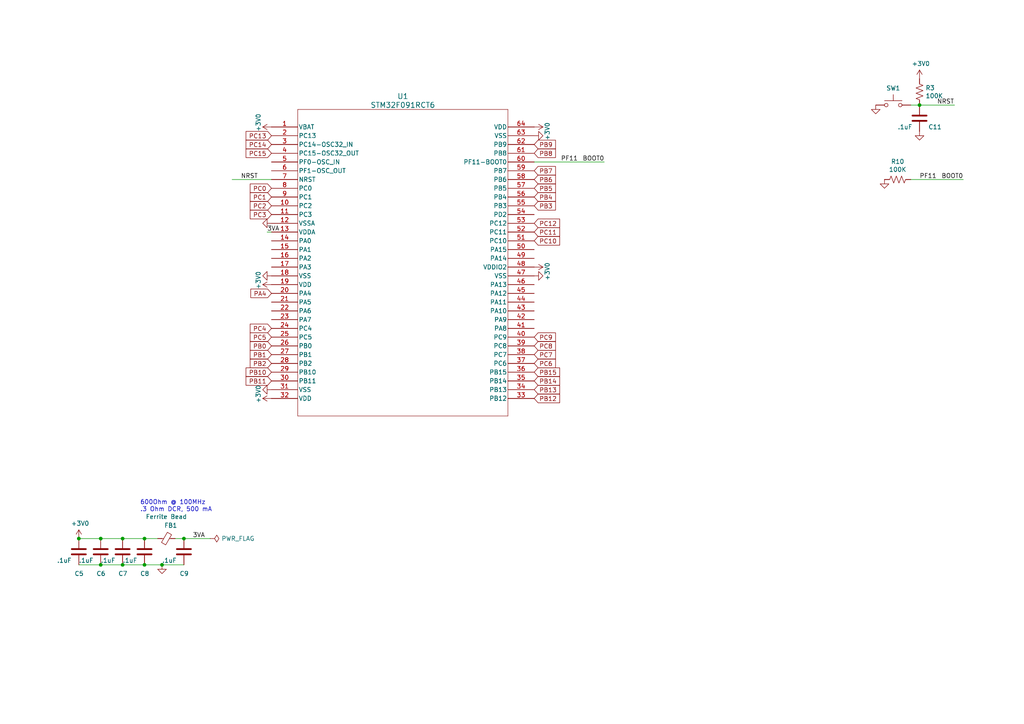
<source format=kicad_sch>
(kicad_sch (version 20230121) (generator eeschema)
  (paper "A4")
  (lib_symbols
    (symbol "Device:C" (pin_numbers hide) (pin_names (offset 0.254))
      (property "Reference" "C" (at 0.635 2.54 0))
      (property "Value" "C" (at 0.635 -2.54 0))
      (symbol "C_0_1"
        (polyline (pts (xy -2.032 -0.762) (xy 2.032 -0.762)) (stroke (width 0.508)))
        (polyline (pts (xy -2.032 0.762) (xy 2.032 0.762)) (stroke (width 0.508)))
      )
      (symbol "C_1_1"
        (pin passive line (at 0 3.81 270) (length 2.794) (name "~") (number "1"))
        (pin passive line (at 0 -3.81 90) (length 2.794) (name "~") (number "2"))
      )
    )
    (symbol "Device:R_US" (pin_numbers hide) (pin_names (offset 0))
      (property "Reference" "R" (at 2.54 0 90))
      (property "Value" "R_US" (at -2.54 0 90))
      (symbol "R_US_0_1"
        (polyline (pts (xy 0 -2.286) (xy 0 -2.54)))
        (polyline (pts (xy 0 2.286) (xy 0 2.54)))
        (polyline (pts (xy 0 -0.762) (xy 1.016 -1.143) (xy 0 -1.524) (xy -1.016 -1.905) (xy 0 -2.286)))
        (polyline (pts (xy 0 0.762) (xy 1.016 0.381) (xy 0 0) (xy -1.016 -0.381) (xy 0 -0.762)))
        (polyline (pts (xy 0 2.286) (xy 1.016 1.905) (xy 0 1.524) (xy -1.016 1.143) (xy 0 0.762)))
      )
      (symbol "R_US_1_1"
        (pin passive line (at 0 3.81 270) (length 1.27) (name "~") (number "1"))
        (pin passive line (at 0 -3.81 90) (length 1.27) (name "~") (number "2"))
      )
    )
    (symbol "STM32F091RCT6:STM32F091RCT6" (pin_names (offset 0.254))
      (property "Reference" "U" (at 38.1 10.16 0))
      (property "Value" "STM32F091RCT6" (at 38.1 7.62 0))
      (symbol "STM32F091RCT6_0_1"
        (polyline (pts (xy 7.62 -83.82) (xy 68.58 -83.82)) (stroke (width 0.127)))
        (polyline (pts (xy 7.62 5.08) (xy 7.62 -83.82)) (stroke (width 0.127)))
        (polyline (pts (xy 68.58 -83.82) (xy 68.58 5.08)) (stroke (width 0.127)))
        (polyline (pts (xy 68.58 5.08) (xy 7.62 5.08)) (stroke (width 0.127)))
        (pin power_in line (at 0 0 0) (length 7.62) (name "VBAT") (number "1"))
        (pin bidirectional line (at 0 -22.86 0) (length 7.62) (name "PC2") (number "10"))
        (pin bidirectional line (at 0 -25.4 0) (length 7.62) (name "PC3") (number "11"))
        (pin power_in line (at 0 -27.94 0) (length 7.62) (name "VSSA") (number "12"))
        (pin power_in line (at 0 -30.48 0) (length 7.62) (name "VDDA") (number "13"))
        (pin bidirectional line (at 0 -33.02 0) (length 7.62) (name "PA0") (number "14"))
        (pin bidirectional line (at 0 -35.56 0) (length 7.62) (name "PA1") (number "15"))
        (pin bidirectional line (at 0 -38.1 0) (length 7.62) (name "PA2") (number "16"))
        (pin bidirectional line (at 0 -40.64 0) (length 7.62) (name "PA3") (number "17"))
        (pin power_in line (at 0 -43.18 0) (length 7.62) (name "VSS") (number "18"))
        (pin power_in line (at 0 -45.72 0) (length 7.62) (name "VDD") (number "19"))
        (pin bidirectional line (at 0 -2.54 0) (length 7.62) (name "PC13") (number "2"))
        (pin bidirectional line (at 0 -48.26 0) (length 7.62) (name "PA4") (number "20"))
        (pin bidirectional line (at 0 -50.8 0) (length 7.62) (name "PA5") (number "21"))
        (pin bidirectional line (at 0 -53.34 0) (length 7.62) (name "PA6") (number "22"))
        (pin bidirectional line (at 0 -55.88 0) (length 7.62) (name "PA7") (number "23"))
        (pin bidirectional line (at 0 -58.42 0) (length 7.62) (name "PC4") (number "24"))
        (pin bidirectional line (at 0 -60.96 0) (length 7.62) (name "PC5") (number "25"))
        (pin bidirectional line (at 0 -63.5 0) (length 7.62) (name "PB0") (number "26"))
        (pin bidirectional line (at 0 -66.04 0) (length 7.62) (name "PB1") (number "27"))
        (pin bidirectional line (at 0 -68.58 0) (length 7.62) (name "PB2") (number "28"))
        (pin bidirectional line (at 0 -71.12 0) (length 7.62) (name "PB10") (number "29"))
        (pin bidirectional line (at 0 -5.08 0) (length 7.62) (name "PC14-OSC32_IN") (number "3"))
        (pin bidirectional line (at 0 -73.66 0) (length 7.62) (name "PB11") (number "30"))
        (pin power_in line (at 0 -76.2 0) (length 7.62) (name "VSS") (number "31"))
        (pin power_in line (at 0 -78.74 0) (length 7.62) (name "VDD") (number "32"))
        (pin bidirectional line (at 76.2 -78.74 180) (length 7.62) (name "PB12") (number "33"))
        (pin bidirectional line (at 76.2 -76.2 180) (length 7.62) (name "PB13") (number "34"))
        (pin bidirectional line (at 76.2 -73.66 180) (length 7.62) (name "PB14") (number "35"))
        (pin bidirectional line (at 76.2 -71.12 180) (length 7.62) (name "PB15") (number "36"))
        (pin bidirectional line (at 76.2 -68.58 180) (length 7.62) (name "PC6") (number "37"))
        (pin bidirectional line (at 76.2 -66.04 180) (length 7.62) (name "PC7") (number "38"))
        (pin bidirectional line (at 76.2 -63.5 180) (length 7.62) (name "PC8") (number "39"))
        (pin bidirectional line (at 0 -7.62 0) (length 7.62) (name "PC15-OSC32_OUT") (number "4"))
        (pin bidirectional line (at 76.2 -60.96 180) (length 7.62) (name "PC9") (number "40"))
        (pin bidirectional line (at 76.2 -58.42 180) (length 7.62) (name "PA8") (number "41"))
        (pin bidirectional line (at 76.2 -55.88 180) (length 7.62) (name "PA9") (number "42"))
        (pin bidirectional line (at 76.2 -53.34 180) (length 7.62) (name "PA10") (number "43"))
        (pin bidirectional line (at 76.2 -50.8 180) (length 7.62) (name "PA11") (number "44"))
        (pin bidirectional line (at 76.2 -48.26 180) (length 7.62) (name "PA12") (number "45"))
        (pin bidirectional line (at 76.2 -45.72 180) (length 7.62) (name "PA13") (number "46"))
        (pin power_in line (at 76.2 -43.18 180) (length 7.62) (name "VSS") (number "47"))
        (pin power_in line (at 76.2 -40.64 180) (length 7.62) (name "VDDIO2") (number "48"))
        (pin bidirectional line (at 76.2 -38.1 180) (length 7.62) (name "PA14") (number "49"))
        (pin bidirectional line (at 0 -10.16 0) (length 7.62) (name "PF0-OSC_IN") (number "5"))
        (pin bidirectional line (at 76.2 -35.56 180) (length 7.62) (name "PA15") (number "50"))
        (pin bidirectional line (at 76.2 -33.02 180) (length 7.62) (name "PC10") (number "51"))
        (pin bidirectional line (at 76.2 -30.48 180) (length 7.62) (name "PC11") (number "52"))
        (pin bidirectional line (at 76.2 -27.94 180) (length 7.62) (name "PC12") (number "53"))
        (pin bidirectional line (at 76.2 -25.4 180) (length 7.62) (name "PD2") (number "54"))
        (pin bidirectional line (at 76.2 -22.86 180) (length 7.62) (name "PB3") (number "55"))
        (pin bidirectional line (at 76.2 -20.32 180) (length 7.62) (name "PB4") (number "56"))
        (pin bidirectional line (at 76.2 -17.78 180) (length 7.62) (name "PB5") (number "57"))
        (pin bidirectional line (at 76.2 -15.24 180) (length 7.62) (name "PB6") (number "58"))
        (pin bidirectional line (at 76.2 -12.7 180) (length 7.62) (name "PB7") (number "59"))
        (pin bidirectional line (at 0 -12.7 0) (length 7.62) (name "PF1-OSC_OUT") (number "6"))
        (pin bidirectional line (at 76.2 -10.16 180) (length 7.62) (name "PF11-BOOT0") (number "60"))
        (pin bidirectional line (at 76.2 -7.62 180) (length 7.62) (name "PB8") (number "61"))
        (pin bidirectional line (at 76.2 -5.08 180) (length 7.62) (name "PB9") (number "62"))
        (pin power_in line (at 76.2 -2.54 180) (length 7.62) (name "VSS") (number "63"))
        (pin power_in line (at 76.2 0 180) (length 7.62) (name "VDD") (number "64"))
        (pin bidirectional line (at 0 -15.24 0) (length 7.62) (name "NRST") (number "7"))
        (pin bidirectional line (at 0 -17.78 0) (length 7.62) (name "PC0") (number "8"))
        (pin bidirectional line (at 0 -20.32 0) (length 7.62) (name "PC1") (number "9"))
      )
    )
    (symbol "Switch:SW_Push" (pin_numbers hide) (pin_names (offset 1.016) hide)
      (property "Reference" "SW" (at 1.27 2.54 0))
      (property "Value" "SW_Push" (at 0 -1.524 0))
      (symbol "SW_Push_0_1"
        (circle (center -2.032 0) (radius 0.508))
        (polyline (pts (xy 0 1.27) (xy 0 3.048)))
        (polyline (pts (xy 2.54 1.27) (xy -2.54 1.27)))
        (circle (center 2.032 0) (radius 0.508))
        (pin passive line (at -5.08 0 0) (length 2.54) (name "1") (number "1"))
        (pin passive line (at 5.08 0 180) (length 2.54) (name "2") (number "2"))
      )
    )
    (symbol "power:+3V0" (power) (pin_names (offset 0))
      (property "Value" "+3V0" (at 0 3.556 0))
      (symbol "+3V0_0_1"
        (polyline (pts (xy -0.762 1.27) (xy 0 2.54)))
        (polyline (pts (xy 0 0) (xy 0 2.54)))
        (polyline (pts (xy 0 2.54) (xy 0.762 1.27)))
      )
      (symbol "+3V0_1_1"
        (pin power_in line (at 0 0 90) (length 0) hide (name "+3V0") (number "1"))
      )
    )
    (symbol "power:GND" (power) (pin_names (offset 0))
      (property "Value" "GND" (at 0 -3.81 0))
      (symbol "GND_0_1"
        (polyline (pts (xy 0 0) (xy 0 -1.27) (xy 1.27 -1.27) (xy 0 -2.54) (xy -1.27 -1.27) (xy 0 -1.27)))
      )
      (symbol "GND_1_1"
        (pin power_in line (at 0 0 270) (length 0) hide (name "GND") (number "1"))
      )
    )
    (symbol "power:PWR_FLAG" (power) (pin_numbers hide) (pin_names (offset 0) hide)
      (property "Value" "PWR_FLAG" (at 0 3.81 0))
      (symbol "PWR_FLAG_0_0"
        (pin power_out line (at 0 0 90) (length 0) (name "pwr") (number "1"))
      )
      (symbol "PWR_FLAG_0_1"
        (polyline (pts (xy 0 0) (xy 0 1.27) (xy -1.016 1.905) (xy 0 2.54) (xy 1.016 1.905) (xy 0 1.27)))
      )
    )
    (symbol "stm32f091-rescue:Ferrite_Bead_Small-Device" (pin_numbers hide) (pin_names (offset 0))
      (property "Reference" "FB" (at 1.905 1.27 0))
      (property "Value" "Device_Ferrite_Bead_Small" (at 1.905 -1.27 0))
      (symbol "Ferrite_Bead_Small-Device_0_1"
        (polyline (pts (xy 0 -1.27) (xy 0 -0.7874)))
        (polyline (pts (xy 0 0.889) (xy 0 1.2954)))
        (polyline (pts (xy -1.8288 0.2794) (xy -1.1176 1.4986) (xy 1.8288 -0.2032) (xy 1.1176 -1.4224) (xy -1.8288 0.2794)))
      )
      (symbol "Ferrite_Bead_Small-Device_1_1"
        (pin passive line (at 0 2.54 270) (length 1.27) (name "~") (number "1"))
        (pin passive line (at 0 -2.54 90) (length 1.27) (name "~") (number "2"))
      )
    )
  )
  (junction (at 41.91 156.21))
  (junction (at 22.86 156.21))
  (junction (at 46.99 163.83))
  (junction (at 266.7 30.48))
  (junction (at 35.56 156.21))
  (junction (at 35.56 163.83))
  (junction (at 41.91 163.83))
  (junction (at 53.34 156.21))
  (junction (at 29.21 163.83))
  (junction (at 29.21 156.21))
  (wire (pts (xy 78.74 52.07) (xy 67.31 52.07)))
  (wire (pts (xy 264.16 52.07) (xy 279.4 52.07)))
  (wire (pts (xy 53.34 156.21) (xy 60.96 156.21)))
  (wire (pts (xy 29.21 163.83) (xy 35.56 163.83)))
  (wire (pts (xy 77.47 67.31) (xy 78.74 67.31)))
  (wire (pts (xy 35.56 163.83) (xy 41.91 163.83)))
  (wire (pts (xy 50.8 156.21) (xy 53.34 156.21)))
  (wire (pts (xy 264.16 30.48) (xy 266.7 30.48)))
  (wire (pts (xy 41.91 163.83) (xy 46.99 163.83)))
  (wire (pts (xy 175.26 46.99) (xy 154.94 46.99)))
  (wire (pts (xy 22.86 163.83) (xy 29.21 163.83)))
  (wire (pts (xy 22.86 156.21) (xy 29.21 156.21)))
  (wire (pts (xy 35.56 156.21) (xy 41.91 156.21)))
  (wire (pts (xy 41.91 156.21) (xy 45.72 156.21)))
  (wire (pts (xy 266.7 30.48) (xy 276.86 30.48)))
  (wire (pts (xy 46.99 163.83) (xy 53.34 163.83)))
  (wire (pts (xy 29.21 156.21) (xy 35.56 156.21)))
  (text "600Ohm @ 100MHz\n.3 Ohm DCR, 500 mA" (at 40.64 148.59 0) (effects (font (size 1.27 1.27)) (justify left bottom)))
  (label "BOOT0" (at 175.26 46.99 180))
  (label "NRST" (at 271.78 30.48 0))
  (label "BOOT0" (at 273.05 52.07 0))
  (label "PF11" (at 167.64 46.99 180))
  (label "NRST" (at 69.85 52.07 0))
  (label "3VA" (at 55.88 156.21 0))
  (label "3VA" (at 77.47 67.31 0))
  (label "PF11" (at 266.7 52.07 0))
  (global_label "PB13" (shape input) (at 154.94 113.03 0) (property "Intersheetrefs" "${INTERSHEET_REFS}" (effects hide)))
  (global_label "PB15" (shape input) (at 154.94 107.95 0) (property "Intersheetrefs" "${INTERSHEET_REFS}" (effects hide)))
  (global_label "PB10" (shape input) (at 78.74 107.95 180) (property "Intersheetrefs" "${INTERSHEET_REFS}" (effects hide)))
  (global_label "PC3" (shape input) (at 78.74 62.23 180) (property "Intersheetrefs" "${INTERSHEET_REFS}" (effects hide)))
  (global_label "PB1" (shape input) (at 78.74 102.87 180) (property "Intersheetrefs" "${INTERSHEET_REFS}" (effects hide)))
  (global_label "PB0" (shape input) (at 78.74 100.33 180) (property "Intersheetrefs" "${INTERSHEET_REFS}" (effects hide)))
  (global_label "PC6" (shape input) (at 154.94 105.41 0) (property "Intersheetrefs" "${INTERSHEET_REFS}" (effects hide)))
  (global_label "PA4" (shape input) (at 78.74 85.09 180) (property "Intersheetrefs" "${INTERSHEET_REFS}" (effects hide)))
  (global_label "PC4" (shape input) (at 78.74 95.25 180) (property "Intersheetrefs" "${INTERSHEET_REFS}" (effects hide)))
  (global_label "PC14" (shape input) (at 78.74 41.91 180) (property "Intersheetrefs" "${INTERSHEET_REFS}" (effects hide)))
  (global_label "PB4" (shape input) (at 154.94 57.15 0) (property "Intersheetrefs" "${INTERSHEET_REFS}" (effects hide)))
  (global_label "PB6" (shape input) (at 154.94 52.07 0) (property "Intersheetrefs" "${INTERSHEET_REFS}" (effects hide)))
  (global_label "PB2" (shape input) (at 78.74 105.41 180) (property "Intersheetrefs" "${INTERSHEET_REFS}" (effects hide)))
  (global_label "PC12" (shape input) (at 154.94 64.77 0) (property "Intersheetrefs" "${INTERSHEET_REFS}" (effects hide)))
  (global_label "PC2" (shape input) (at 78.74 59.69 180) (property "Intersheetrefs" "${INTERSHEET_REFS}" (effects hide)))
  (global_label "PB9" (shape input) (at 154.94 41.91 0) (property "Intersheetrefs" "${INTERSHEET_REFS}" (effects hide)))
  (global_label "PB7" (shape input) (at 154.94 49.53 0) (property "Intersheetrefs" "${INTERSHEET_REFS}" (effects hide)))
  (global_label "PB5" (shape input) (at 154.94 54.61 0) (property "Intersheetrefs" "${INTERSHEET_REFS}" (effects hide)))
  (global_label "PB3" (shape input) (at 154.94 59.69 0) (property "Intersheetrefs" "${INTERSHEET_REFS}" (effects hide)))
  (global_label "PB14" (shape input) (at 154.94 110.49 0) (property "Intersheetrefs" "${INTERSHEET_REFS}" (effects hide)))
  (global_label "PB8" (shape input) (at 154.94 44.45 0) (property "Intersheetrefs" "${INTERSHEET_REFS}" (effects hide)))
  (global_label "PC8" (shape input) (at 154.94 100.33 0) (property "Intersheetrefs" "${INTERSHEET_REFS}" (effects hide)))
  (global_label "PC11" (shape input) (at 154.94 67.31 0) (property "Intersheetrefs" "${INTERSHEET_REFS}" (effects hide)))
  (global_label "PC13" (shape input) (at 78.74 39.37 180) (property "Intersheetrefs" "${INTERSHEET_REFS}" (effects hide)))
  (global_label "PB12" (shape input) (at 154.94 115.57 0) (property "Intersheetrefs" "${INTERSHEET_REFS}" (effects hide)))
  (global_label "PC0" (shape input) (at 78.74 54.61 180) (property "Intersheetrefs" "${INTERSHEET_REFS}" (effects hide)))
  (global_label "PC1" (shape input) (at 78.74 57.15 180) (property "Intersheetrefs" "${INTERSHEET_REFS}" (effects hide)))
  (global_label "PC9" (shape input) (at 154.94 97.79 0) (property "Intersheetrefs" "${INTERSHEET_REFS}" (effects hide)))
  (global_label "PC7" (shape input) (at 154.94 102.87 0) (property "Intersheetrefs" "${INTERSHEET_REFS}" (effects hide)))
  (global_label "PC5" (shape input) (at 78.74 97.79 180) (property "Intersheetrefs" "${INTERSHEET_REFS}" (effects hide)))
  (global_label "PC10" (shape input) (at 154.94 69.85 0) (property "Intersheetrefs" "${INTERSHEET_REFS}" (effects hide)))
  (global_label "PC15" (shape input) (at 78.74 44.45 180) (property "Intersheetrefs" "${INTERSHEET_REFS}" (effects hide)))
  (global_label "PB11" (shape input) (at 78.74 110.49 180) (property "Intersheetrefs" "${INTERSHEET_REFS}" (effects hide)))
  (symbol (lib_id "Switch:SW_Push") (at 259.08 30.48 0) (unit 1)
    (property "Reference" "SW1" (at 259.08 25.5778 0))
    (property "Value" "SW_Push" (effects hide))
    (property "Footprint" "Button_Switch_SMD:SW_SPST_PTS645" (effects hide))
  )
  (symbol (lib_id "Device:C") (at 41.91 160.02 0) (unit 1)
    (property "Reference" "C8" (at 40.64 166.37 0) (effects (justify left)))
    (property "Value" ".1uF" (at 35.56 162.56 0) (effects (justify left)))
    (property "Footprint" "Capacitor_SMD:C_0805_2012Metric_Pad1.18x1.45mm_HandSolder" (effects hide))
    (instances (project "stm32f091" (path "" (reference "C8") (unit 1))) (project "Schematic" (path "" (reference "C5") (unit 1))))
  )
  (symbol (lib_id "power:GND") (at 46.99 163.83 0) (unit 1)
    (property "Reference" "#PWR0130" (effects hide))
    (property "Value" "GND" (effects hide))
    (instances (project "stm32f091" (path "" (reference "#PWR0130") (unit 1))) (project "Schematic" (path "" (reference "#PWR07") (unit 1))))
  )
  (symbol (lib_id "power:GND") (at 266.7 38.1 0) (unit 1)
    (property "Reference" "#PWR0101" (effects hide))
    (property "Value" "GND" (effects hide))
    (instances (project "stm32f091" (path "" (reference "#PWR0101") (unit 1))) (project "Schematic" (path "" (reference "#PWR015") (unit 1))))
  )
  (symbol (lib_id "power:GND") (at 78.74 113.03 270) (unit 1)
    (property "Reference" "#PWR0130" (effects hide))
    (property "Value" "GND" (effects hide))
    (instances (project "stm32f091" (path "" (reference "#PWR0130") (unit 1))) (project "Schematic" (path "" (reference "#PWR08") (unit 1))))
  )
  (symbol (lib_id "power:GND") (at 78.74 64.77 270) (unit 1)
    (property "Reference" "#PWR0130" (effects hide))
    (property "Value" "GND" (effects hide))
    (instances (project "stm32f091" (path "" (reference "#PWR0130") (unit 1))) (project "Schematic" (path "" (reference "#PWR010") (unit 1))))
  )
  (symbol (lib_id "power:+3V0") (at 154.94 77.47 270) (unit 1)
    (property "Reference" "#PWR0105" (effects hide))
    (property "Value" "+3V0" (at 158.75 78.74 0))
    (instances (project "stm32f091" (path "" (reference "#PWR0105") (unit 1))) (project "Schematic" (path "" (reference "#PWR03") (unit 1))))
  )
  (symbol (lib_id "power:+3V0") (at 78.74 36.83 90) (unit 1)
    (property "Reference" "#PWR0105" (effects hide))
    (property "Value" "+3V0" (at 74.93 35.56 0))
    (instances (project "stm32f091" (path "" (reference "#PWR0105") (unit 1))) (project "Schematic" (path "" (reference "#PWR05") (unit 1))))
  )
  (symbol (lib_id "Device:C") (at 35.56 160.02 0) (unit 1)
    (property "Reference" "C7" (at 34.29 166.37 0) (effects (justify left)))
    (property "Value" ".1uF" (at 29.21 162.56 0) (effects (justify left)))
    (property "Footprint" "Capacitor_SMD:C_0805_2012Metric_Pad1.18x1.45mm_HandSolder" (effects hide))
    (instances (project "stm32f091" (path "" (reference "C7") (unit 1))) (project "Schematic" (path "" (reference "C4") (unit 1))))
  )
  (symbol (lib_id "power:+3V0") (at 266.7 22.86 0) (unit 1)
    (property "Reference" "#PWR0122" (effects hide))
    (property "Value" "+3V0" (at 267.081 18.4658 0))
    (instances (project "stm32f091" (path "" (reference "#PWR0122") (unit 1))) (project "Schematic" (path "" (reference "#PWR014") (unit 1))))
  )
  (symbol (lib_id "Device:C") (at 266.7 34.29 0) (unit 1)
    (property "Reference" "C11" (at 269.24 36.83 0) (effects (justify left)))
    (property "Value" ".1uF" (at 260.35 36.83 0) (effects (justify left)))
    (property "Footprint" "Capacitor_SMD:C_0805_2012Metric_Pad1.18x1.45mm_HandSolder" (effects hide))
    (instances (project "stm32f091" (path "" (reference "C11") (unit 1))) (project "Schematic" (path "" (reference "C1") (unit 1))))
  )
  (symbol (lib_id "power:PWR_FLAG") (at 60.96 156.21 270) (unit 1)
    (property "Reference" "#FLG0105" (effects hide))
    (property "Value" "PWR_FLAG" (at 64.2112 156.21 90) (effects (justify left)))
    (instances (project "stm32f091" (path "" (reference "#FLG0105") (unit 1))) (project "Schematic" (path "" (reference "#FLG01") (unit 1))))
  )
  (symbol (lib_id "Device:C") (at 22.86 160.02 0) (unit 1)
    (property "Reference" "C5" (at 21.59 166.37 0) (effects (justify left)))
    (property "Value" ".1uF" (at 16.51 162.56 0) (effects (justify left)))
    (property "Footprint" "Capacitor_SMD:C_0805_2012Metric_Pad1.18x1.45mm_HandSolder" (effects hide))
    (instances (project "stm32f091" (path "" (reference "C5") (unit 1))) (project "Schematic" (path "" (reference "C2") (unit 1))))
  )
  (symbol (lib_id "Device:R_US") (at 260.35 52.07 270) (unit 1)
    (property "Reference" "R10" (at 260.35 46.863 90))
    (property "Value" "100K" (at 260.35 49.1744 90))
    (property "Footprint" "Capacitor_SMD:C_0805_2012Metric_Pad1.18x1.45mm_HandSolder" (effects hide))
    (instances (project "stm32f091" (path "" (reference "R10") (unit 1))) (project "Schematic" (path "" (reference "R2") (unit 1))))
  )
  (symbol (lib_id "Device:C") (at 53.34 160.02 0) (unit 1)
    (property "Reference" "C9" (at 52.07 166.37 0) (effects (justify left)))
    (property "Value" ".1uF" (at 46.99 162.56 0) (effects (justify left)))
    (property "Footprint" "Capacitor_SMD:C_0805_2012Metric_Pad1.18x1.45mm_HandSolder" (effects hide))
    (instances (project "stm32f091" (path "" (reference "C9") (unit 1))) (project "Schematic" (path "" (reference "C6") (unit 1))))
  )
  (symbol (lib_id "power:+3V0") (at 154.94 36.83 270) (unit 1)
    (property "Reference" "#PWR0105" (effects hide))
    (property "Value" "+3V0" (at 158.75 38.1 0))
    (instances (project "stm32f091" (path "" (reference "#PWR0105") (unit 1))) (project "Schematic" (path "" (reference "#PWR04") (unit 1))))
  )
  (symbol (lib_id "stm32f091-rescue:Ferrite_Bead_Small-Device") (at 48.26 156.21 270) (unit 1)
    (property "Reference" "FB1" (at 49.53 152.4 90))
    (property "Value" "Ferrite Bead" (at 48.26 149.86 90))
    (property "Footprint" "Inductor_SMD:L_0805_2012Metric_Pad1.15x1.40mm_HandSolder" (effects hide))
  )
  (symbol (lib_id "power:+3V0") (at 22.86 156.21 0) (unit 1)
    (property "Reference" "#PWR0104" (effects hide))
    (property "Value" "+3V0" (at 23.241 151.8158 0))
    (instances (project "stm32f091" (path "" (reference "#PWR0104") (unit 1))) (project "Schematic" (path "" (reference "#PWR06") (unit 1))))
  )
  (symbol (lib_id "power:+3V0") (at 78.74 82.55 90) (unit 1)
    (property "Reference" "#PWR0105" (effects hide))
    (property "Value" "+3V0" (at 74.93 81.28 0))
    (instances (project "stm32f091" (path "" (reference "#PWR0105") (unit 1))) (project "Schematic" (path "" (reference "#PWR02") (unit 1))))
  )
  (symbol (lib_id "STM32F091RCT6:STM32F091RCT6") (at 78.74 36.83 0) (unit 1)
    (property "Reference" "U1" (at 116.84 27.94 0) (effects (font (size 1.524 1.524))))
    (property "Value" "STM32F091RCT6" (at 116.84 30.48 0) (effects (font (size 1.524 1.524))))
    (property "Footprint" "STM32F091RCT6:LQFP64-10x10mm_STM" (effects hide))
    (property "Datasheet" "STM32F091RCT6" (effects hide))
    (instances (project "Schematic" (path "" (reference "U1") (unit 1)) (path "" (reference "U2") (unit 1))))
  )
  (symbol (lib_id "power:GND") (at 256.54 52.07 0) (unit 1)
    (property "Reference" "#PWR0129" (effects hide))
    (property "Value" "GND" (effects hide))
    (instances (project "stm32f091" (path "" (reference "#PWR0129") (unit 1))) (project "Schematic" (path "" (reference "#PWR016") (unit 1))))
  )
  (symbol (lib_id "power:GND") (at 154.94 39.37 90) (unit 1)
    (property "Reference" "#PWR0130" (effects hide))
    (property "Value" "GND" (effects hide))
    (instances (project "stm32f091" (path "" (reference "#PWR0130") (unit 1))) (project "Schematic" (path "" (reference "#PWR011") (unit 1))))
  )
  (symbol (lib_id "power:GND") (at 78.74 80.01 270) (unit 1)
    (property "Reference" "#PWR0130" (effects hide))
    (property "Value" "GND" (effects hide))
    (instances (project "stm32f091" (path "" (reference "#PWR0130") (unit 1))) (project "Schematic" (path "" (reference "#PWR09") (unit 1))))
  )
  (symbol (lib_id "power:+3V0") (at 78.74 115.57 90) (unit 1)
    (property "Reference" "#PWR0105" (effects hide))
    (property "Value" "+3V0" (at 74.93 114.3 0))
    (instances (project "stm32f091" (path "" (reference "#PWR0105") (unit 1))) (project "Schematic" (path "" (reference "#PWR01") (unit 1))))
  )
  (symbol (lib_id "power:GND") (at 154.94 80.01 90) (unit 1)
    (property "Reference" "#PWR0130" (effects hide))
    (property "Value" "GND" (effects hide))
    (instances (project "stm32f091" (path "" (reference "#PWR0130") (unit 1))) (project "Schematic" (path "" (reference "#PWR012") (unit 1))))
  )
  (symbol (lib_id "power:GND") (at 254 30.48 0) (unit 1)
    (property "Reference" "#PWR0102" (effects hide))
    (property "Value" "GND" (effects hide))
    (instances (project "stm32f091" (path "" (reference "#PWR0102") (unit 1))) (project "Schematic" (path "" (reference "#PWR013") (unit 1))))
  )
  (symbol (lib_id "Device:R_US") (at 266.7 26.67 0) (unit 1)
    (property "Reference" "R3" (at 268.4272 25.5016 0) (effects (justify left)))
    (property "Value" "100K" (at 268.4272 27.813 0) (effects (justify left)))
    (property "Footprint" "Capacitor_SMD:C_0805_2012Metric_Pad1.18x1.45mm_HandSolder" (effects hide))
    (instances (project "stm32f091" (path "" (reference "R3") (unit 1))) (project "Schematic" (path "" (reference "R1") (unit 1))))
  )
  (symbol (lib_id "Device:C") (at 29.21 160.02 0) (unit 1)
    (property "Reference" "C6" (at 27.94 166.37 0) (effects (justify left)))
    (property "Value" ".1uF" (at 22.86 162.56 0) (effects (justify left)))
    (property "Footprint" "Capacitor_SMD:C_0805_2012Metric_Pad1.18x1.45mm_HandSolder" (effects hide))
    (instances (project "stm32f091" (path "" (reference "C6") (unit 1))) (project "Schematic" (path "" (reference "C3") (unit 1))))
  )
)
</source>
